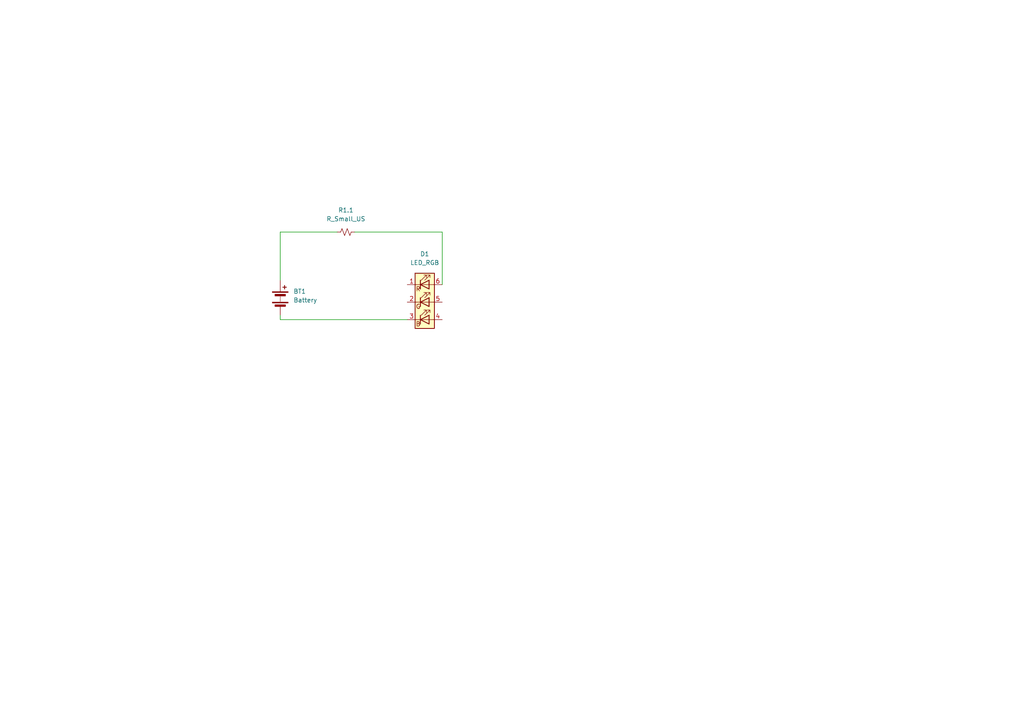
<source format=kicad_sch>
(kicad_sch (version 20231120) (generator "eeschema") (generator_version "8.0")
  (paper "A4")
  (lib_symbols
    (symbol "Device:Battery" (pin_numbers hide) (pin_names (offset 0) hide)
      (property "Reference" "BT" (at 2.54 2.54 0))
      (property "Value" "Battery" (at 2.54 0 0))
      (symbol "Battery_0_1"
        (rectangle (start -2.286 -1.27) (end 2.286 -1.524) (fill (type outline)))
        (rectangle (start -2.286 1.778) (end 2.286 1.524) (fill (type outline)))
        (rectangle (start -1.524 -2.032) (end 1.524 -2.54) (fill (type outline)))
        (rectangle (start -1.524 1.016) (end 1.524 0.508) (fill (type outline)))
        (polyline (pts (xy 0 -1.016) (xy 0 -0.762)))
        (polyline (pts (xy 0 -0.508) (xy 0 -0.254)))
        (polyline (pts (xy 0 0) (xy 0 0.254)))
        (polyline (pts (xy 0 1.778) (xy 0 2.54)))
        (polyline (pts (xy 0.762 3.048) (xy 1.778 3.048)) (stroke (width 0.254)))
        (polyline (pts (xy 1.27 3.556) (xy 1.27 2.54)) (stroke (width 0.254)))
      )
      (symbol "Battery_1_1"
        (pin passive line (at 0 5.08 270) (length 2.54) (name "+") (number "1"))
        (pin passive line (at 0 -5.08 90) (length 2.54) (name "-") (number "2"))
      )
    )
    (symbol "Device:LED_RGB" (pin_names (offset 0) hide)
      (property "Reference" "D" (at 0 9.398 0))
      (property "Value" "LED_RGB" (at 0 -8.89 0))
      (symbol "LED_RGB_0_0"
        (text "B" (at -1.905 -6.35 0) (effects (font (size 1.27 1.27))))
        (text "G" (at -1.905 -1.27 0) (effects (font (size 1.27 1.27))))
        (text "R" (at -1.905 3.81 0) (effects (font (size 1.27 1.27))))
      )
      (symbol "LED_RGB_0_1"
        (polyline (pts (xy -1.27 -5.08) (xy -2.54 -5.08)))
        (polyline (pts (xy -1.27 -5.08) (xy 1.27 -5.08)))
        (polyline (pts (xy -1.27 -3.81) (xy -1.27 -6.35)) (stroke (width 0.254)))
        (polyline (pts (xy -1.27 0) (xy -2.54 0)))
        (polyline (pts (xy -1.27 1.27) (xy -1.27 -1.27)) (stroke (width 0.254)))
        (polyline (pts (xy -1.27 5.08) (xy -2.54 5.08)))
        (polyline (pts (xy -1.27 5.08) (xy 1.27 5.08)))
        (polyline (pts (xy -1.27 6.35) (xy -1.27 3.81)) (stroke (width 0.254)))
        (polyline (pts (xy 1.27 -5.08) (xy 2.54 -5.08)))
        (polyline (pts (xy 1.27 0) (xy -1.27 0)))
        (polyline (pts (xy 1.27 0) (xy 2.54 0)))
        (polyline (pts (xy 1.27 5.08) (xy 2.54 5.08)))
        (polyline (pts (xy -1.27 1.27) (xy -1.27 -1.27) (xy -1.27 -1.27)))
        (polyline (pts (xy -1.27 6.35) (xy -1.27 3.81) (xy -1.27 3.81)))
        (polyline (pts (xy 1.27 -3.81) (xy 1.27 -6.35) (xy -1.27 -5.08) (xy 1.27 -3.81)) (stroke (width 0.254)))
        (polyline (pts (xy 1.27 1.27) (xy 1.27 -1.27) (xy -1.27 0) (xy 1.27 1.27)) (stroke (width 0.254)))
        (polyline (pts (xy 1.27 6.35) (xy 1.27 3.81) (xy -1.27 5.08) (xy 1.27 6.35)) (stroke (width 0.254)))
        (polyline (pts (xy -1.016 -3.81) (xy 0.508 -2.286) (xy -0.254 -2.286) (xy 0.508 -2.286) (xy 0.508 -3.048)))
        (polyline (pts (xy -1.016 1.27) (xy 0.508 2.794) (xy -0.254 2.794) (xy 0.508 2.794) (xy 0.508 2.032)))
        (polyline (pts (xy -1.016 6.35) (xy 0.508 7.874) (xy -0.254 7.874) (xy 0.508 7.874) (xy 0.508 7.112)))
        (polyline (pts (xy 0 -3.81) (xy 1.524 -2.286) (xy 0.762 -2.286) (xy 1.524 -2.286) (xy 1.524 -3.048)))
        (polyline (pts (xy 0 1.27) (xy 1.524 2.794) (xy 0.762 2.794) (xy 1.524 2.794) (xy 1.524 2.032)))
        (polyline (pts (xy 0 6.35) (xy 1.524 7.874) (xy 0.762 7.874) (xy 1.524 7.874) (xy 1.524 7.112)))
        (rectangle (start 1.27 -1.27) (end 1.27 1.27))
        (rectangle (start 1.27 1.27) (end 1.27 1.27))
        (rectangle (start 1.27 3.81) (end 1.27 6.35))
        (rectangle (start 1.27 6.35) (end 1.27 6.35))
        (rectangle (start 2.794 8.382) (end -2.794 -7.62) (stroke (width 0.254)) (fill (type background)))
      )
      (symbol "LED_RGB_1_1"
        (pin passive line (at -5.08 5.08 0) (length 2.54) (name "RK") (number "1"))
        (pin passive line (at -5.08 0 0) (length 2.54) (name "GK") (number "2"))
        (pin passive line (at -5.08 -5.08 0) (length 2.54) (name "BK") (number "3"))
        (pin passive line (at 5.08 -5.08 180) (length 2.54) (name "BA") (number "4"))
        (pin passive line (at 5.08 0 180) (length 2.54) (name "GA") (number "5"))
        (pin passive line (at 5.08 5.08 180) (length 2.54) (name "RA") (number "6"))
      )
    )
    (symbol "Device:R_Small_US" (pin_numbers hide) (pin_names (offset 0.254) hide)
      (property "Reference" "R" (at 0.762 0.508 0))
      (property "Value" "R_Small_US" (at 0.762 -1.016 0))
      (symbol "R_Small_US_1_1"
        (polyline (pts (xy 0 0) (xy 1.016 -0.381) (xy 0 -0.762) (xy -1.016 -1.143) (xy 0 -1.524)))
        (polyline (pts (xy 0 1.524) (xy 1.016 1.143) (xy 0 0.762) (xy -1.016 0.381) (xy 0 0)))
        (pin passive line (at 0 2.54 270) (length 1.016) (name "~") (number "1"))
        (pin passive line (at 0 -2.54 90) (length 1.016) (name "~") (number "2"))
      )
    )
  )
  (wire (pts (xy 102.87 67.31) (xy 128.27 67.31)))
  (wire (pts (xy 81.28 92.71) (xy 118.11 92.71)))
  (wire (pts (xy 81.28 81.28) (xy 81.28 67.31)))
  (wire (pts (xy 81.28 91.44) (xy 81.28 92.71)))
  (wire (pts (xy 81.28 67.31) (xy 97.79 67.31)))
  (wire (pts (xy 128.27 67.31) (xy 128.27 82.55)))
  (symbol (lib_id "Device:Battery") (at 81.28 86.36 0) (unit 1)
    (property "Reference" "BT1" (at 85.09 84.5184 0) (effects (justify left)))
    (property "Value" "Battery" (at 85.09 87.0584 0) (effects (justify left)))
    (property "Description" "Multiple-cell battery" (effects (hide yes)))
  )
  (symbol (lib_id "Device:R_Small_US") (at 100.33 67.31 90) (unit 1)
    (property "Reference" "R1.1" (at 100.33 60.96 90))
    (property "Value" "R_Small_US" (at 100.33 63.5 90))
    (property "Description" "Resistor, small US symbol" (effects (hide yes)))
  )
  (symbol (lib_id "Device:LED_RGB") (at 123.19 87.63 0) (unit 1)
    (property "Reference" "D1" (at 123.19 73.66 0))
    (property "Value" "LED_RGB" (at 123.19 76.2 0))
    (property "Description" "RGB LED, 6 pin package" (effects (hide yes)))
  )
)
</source>
